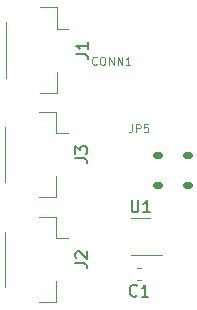
<source format=gbr>
%TF.GenerationSoftware,KiCad,Pcbnew,7.0.8*%
%TF.CreationDate,2024-03-25T00:11:57-07:00*%
%TF.ProjectId,Adafruit Speaker Bonnet,41646166-7275-4697-9420-537065616b65,rev?*%
%TF.SameCoordinates,Original*%
%TF.FileFunction,Legend,Top*%
%TF.FilePolarity,Positive*%
%FSLAX46Y46*%
G04 Gerber Fmt 4.6, Leading zero omitted, Abs format (unit mm)*
G04 Created by KiCad (PCBNEW 7.0.8) date 2024-03-25 00:11:57*
%MOMM*%
%LPD*%
G01*
G04 APERTURE LIST*
%ADD10C,0.609600*%
%ADD11C,0.150000*%
%ADD12C,0.119969*%
%ADD13C,0.120000*%
G04 APERTURE END LIST*
D10*
X122605100Y-104839800D02*
X122859100Y-104839800D01*
X125145100Y-104839800D02*
X125399100Y-104839800D01*
X122605100Y-107379800D02*
X122859100Y-107379800D01*
X125145100Y-107379800D02*
X125399100Y-107379800D01*
D11*
X115749819Y-105108333D02*
X116464104Y-105108333D01*
X116464104Y-105108333D02*
X116606961Y-105155952D01*
X116606961Y-105155952D02*
X116702200Y-105251190D01*
X116702200Y-105251190D02*
X116749819Y-105394047D01*
X116749819Y-105394047D02*
X116749819Y-105489285D01*
X115749819Y-104727380D02*
X115749819Y-104108333D01*
X115749819Y-104108333D02*
X116130771Y-104441666D01*
X116130771Y-104441666D02*
X116130771Y-104298809D01*
X116130771Y-104298809D02*
X116178390Y-104203571D01*
X116178390Y-104203571D02*
X116226009Y-104155952D01*
X116226009Y-104155952D02*
X116321247Y-104108333D01*
X116321247Y-104108333D02*
X116559342Y-104108333D01*
X116559342Y-104108333D02*
X116654580Y-104155952D01*
X116654580Y-104155952D02*
X116702200Y-104203571D01*
X116702200Y-104203571D02*
X116749819Y-104298809D01*
X116749819Y-104298809D02*
X116749819Y-104584523D01*
X116749819Y-104584523D02*
X116702200Y-104679761D01*
X116702200Y-104679761D02*
X116654580Y-104727380D01*
X115749819Y-113998333D02*
X116464104Y-113998333D01*
X116464104Y-113998333D02*
X116606961Y-114045952D01*
X116606961Y-114045952D02*
X116702200Y-114141190D01*
X116702200Y-114141190D02*
X116749819Y-114284047D01*
X116749819Y-114284047D02*
X116749819Y-114379285D01*
X115845057Y-113569761D02*
X115797438Y-113522142D01*
X115797438Y-113522142D02*
X115749819Y-113426904D01*
X115749819Y-113426904D02*
X115749819Y-113188809D01*
X115749819Y-113188809D02*
X115797438Y-113093571D01*
X115797438Y-113093571D02*
X115845057Y-113045952D01*
X115845057Y-113045952D02*
X115940295Y-112998333D01*
X115940295Y-112998333D02*
X116035533Y-112998333D01*
X116035533Y-112998333D02*
X116178390Y-113045952D01*
X116178390Y-113045952D02*
X116749819Y-113617380D01*
X116749819Y-113617380D02*
X116749819Y-112998333D01*
X115829819Y-96293333D02*
X116544104Y-96293333D01*
X116544104Y-96293333D02*
X116686961Y-96340952D01*
X116686961Y-96340952D02*
X116782200Y-96436190D01*
X116782200Y-96436190D02*
X116829819Y-96579047D01*
X116829819Y-96579047D02*
X116829819Y-96674285D01*
X116829819Y-95293333D02*
X116829819Y-95864761D01*
X116829819Y-95579047D02*
X115829819Y-95579047D01*
X115829819Y-95579047D02*
X115972676Y-95674285D01*
X115972676Y-95674285D02*
X116067914Y-95769523D01*
X116067914Y-95769523D02*
X116115533Y-95864761D01*
X120523095Y-108674819D02*
X120523095Y-109484342D01*
X120523095Y-109484342D02*
X120570714Y-109579580D01*
X120570714Y-109579580D02*
X120618333Y-109627200D01*
X120618333Y-109627200D02*
X120713571Y-109674819D01*
X120713571Y-109674819D02*
X120904047Y-109674819D01*
X120904047Y-109674819D02*
X120999285Y-109627200D01*
X120999285Y-109627200D02*
X121046904Y-109579580D01*
X121046904Y-109579580D02*
X121094523Y-109484342D01*
X121094523Y-109484342D02*
X121094523Y-108674819D01*
X122094523Y-109674819D02*
X121523095Y-109674819D01*
X121808809Y-109674819D02*
X121808809Y-108674819D01*
X121808809Y-108674819D02*
X121713571Y-108817676D01*
X121713571Y-108817676D02*
X121618333Y-108912914D01*
X121618333Y-108912914D02*
X121523095Y-108960533D01*
X120978333Y-116724580D02*
X120930714Y-116772200D01*
X120930714Y-116772200D02*
X120787857Y-116819819D01*
X120787857Y-116819819D02*
X120692619Y-116819819D01*
X120692619Y-116819819D02*
X120549762Y-116772200D01*
X120549762Y-116772200D02*
X120454524Y-116676961D01*
X120454524Y-116676961D02*
X120406905Y-116581723D01*
X120406905Y-116581723D02*
X120359286Y-116391247D01*
X120359286Y-116391247D02*
X120359286Y-116248390D01*
X120359286Y-116248390D02*
X120406905Y-116057914D01*
X120406905Y-116057914D02*
X120454524Y-115962676D01*
X120454524Y-115962676D02*
X120549762Y-115867438D01*
X120549762Y-115867438D02*
X120692619Y-115819819D01*
X120692619Y-115819819D02*
X120787857Y-115819819D01*
X120787857Y-115819819D02*
X120930714Y-115867438D01*
X120930714Y-115867438D02*
X120978333Y-115915057D01*
X121930714Y-116819819D02*
X121359286Y-116819819D01*
X121645000Y-116819819D02*
X121645000Y-115819819D01*
X121645000Y-115819819D02*
X121549762Y-115962676D01*
X121549762Y-115962676D02*
X121454524Y-116057914D01*
X121454524Y-116057914D02*
X121359286Y-116105533D01*
D12*
X117580689Y-97138988D02*
X117547697Y-97171980D01*
X117547697Y-97171980D02*
X117448721Y-97204971D01*
X117448721Y-97204971D02*
X117382737Y-97204971D01*
X117382737Y-97204971D02*
X117283761Y-97171980D01*
X117283761Y-97171980D02*
X117217777Y-97105996D01*
X117217777Y-97105996D02*
X117184785Y-97040012D01*
X117184785Y-97040012D02*
X117151793Y-96908044D01*
X117151793Y-96908044D02*
X117151793Y-96809068D01*
X117151793Y-96809068D02*
X117184785Y-96677100D01*
X117184785Y-96677100D02*
X117217777Y-96611116D01*
X117217777Y-96611116D02*
X117283761Y-96545132D01*
X117283761Y-96545132D02*
X117382737Y-96512140D01*
X117382737Y-96512140D02*
X117448721Y-96512140D01*
X117448721Y-96512140D02*
X117547697Y-96545132D01*
X117547697Y-96545132D02*
X117580689Y-96578124D01*
X118009584Y-96512140D02*
X118141552Y-96512140D01*
X118141552Y-96512140D02*
X118207536Y-96545132D01*
X118207536Y-96545132D02*
X118273520Y-96611116D01*
X118273520Y-96611116D02*
X118306512Y-96743084D01*
X118306512Y-96743084D02*
X118306512Y-96974028D01*
X118306512Y-96974028D02*
X118273520Y-97105996D01*
X118273520Y-97105996D02*
X118207536Y-97171980D01*
X118207536Y-97171980D02*
X118141552Y-97204971D01*
X118141552Y-97204971D02*
X118009584Y-97204971D01*
X118009584Y-97204971D02*
X117943600Y-97171980D01*
X117943600Y-97171980D02*
X117877616Y-97105996D01*
X117877616Y-97105996D02*
X117844624Y-96974028D01*
X117844624Y-96974028D02*
X117844624Y-96743084D01*
X117844624Y-96743084D02*
X117877616Y-96611116D01*
X117877616Y-96611116D02*
X117943600Y-96545132D01*
X117943600Y-96545132D02*
X118009584Y-96512140D01*
X118603439Y-97204971D02*
X118603439Y-96512140D01*
X118603439Y-96512140D02*
X118999343Y-97204971D01*
X118999343Y-97204971D02*
X118999343Y-96512140D01*
X119329262Y-97204971D02*
X119329262Y-96512140D01*
X119329262Y-96512140D02*
X119725166Y-97204971D01*
X119725166Y-97204971D02*
X119725166Y-96512140D01*
X120417997Y-97204971D02*
X120022093Y-97204971D01*
X120220045Y-97204971D02*
X120220045Y-96512140D01*
X120220045Y-96512140D02*
X120154061Y-96611116D01*
X120154061Y-96611116D02*
X120088077Y-96677100D01*
X120088077Y-96677100D02*
X120022093Y-96710092D01*
X120557737Y-102227140D02*
X120557737Y-102722020D01*
X120557737Y-102722020D02*
X120524745Y-102820996D01*
X120524745Y-102820996D02*
X120458761Y-102886980D01*
X120458761Y-102886980D02*
X120359785Y-102919971D01*
X120359785Y-102919971D02*
X120293801Y-102919971D01*
X120887656Y-102919971D02*
X120887656Y-102227140D01*
X120887656Y-102227140D02*
X121151592Y-102227140D01*
X121151592Y-102227140D02*
X121217576Y-102260132D01*
X121217576Y-102260132D02*
X121250568Y-102293124D01*
X121250568Y-102293124D02*
X121283560Y-102359108D01*
X121283560Y-102359108D02*
X121283560Y-102458084D01*
X121283560Y-102458084D02*
X121250568Y-102524068D01*
X121250568Y-102524068D02*
X121217576Y-102557060D01*
X121217576Y-102557060D02*
X121151592Y-102590052D01*
X121151592Y-102590052D02*
X120887656Y-102590052D01*
X121910407Y-102227140D02*
X121580487Y-102227140D01*
X121580487Y-102227140D02*
X121547495Y-102557060D01*
X121547495Y-102557060D02*
X121580487Y-102524068D01*
X121580487Y-102524068D02*
X121646471Y-102491076D01*
X121646471Y-102491076D02*
X121811431Y-102491076D01*
X121811431Y-102491076D02*
X121877415Y-102524068D01*
X121877415Y-102524068D02*
X121910407Y-102557060D01*
X121910407Y-102557060D02*
X121943399Y-102623044D01*
X121943399Y-102623044D02*
X121943399Y-102788004D01*
X121943399Y-102788004D02*
X121910407Y-102853988D01*
X121910407Y-102853988D02*
X121877415Y-102886980D01*
X121877415Y-102886980D02*
X121811431Y-102919971D01*
X121811431Y-102919971D02*
X121646471Y-102919971D01*
X121646471Y-102919971D02*
X121580487Y-102886980D01*
X121580487Y-102886980D02*
X121547495Y-102853988D01*
D13*
%TO.C,J3*%
X112655000Y-108385000D02*
X114105000Y-108385000D01*
X114105000Y-101165000D02*
X114105000Y-102965000D01*
X112655000Y-101165000D02*
X114105000Y-101165000D01*
X114105000Y-102965000D02*
X115095000Y-102965000D01*
X109835000Y-102435000D02*
X109835000Y-107115000D01*
X114105000Y-108385000D02*
X114105000Y-106585000D01*
%TO.C,J2*%
X112655000Y-117275000D02*
X114105000Y-117275000D01*
X114105000Y-110055000D02*
X114105000Y-111855000D01*
X112655000Y-110055000D02*
X114105000Y-110055000D01*
X114105000Y-111855000D02*
X115095000Y-111855000D01*
X109835000Y-111325000D02*
X109835000Y-116005000D01*
X114105000Y-117275000D02*
X114105000Y-115475000D01*
%TO.C,J1*%
X112735000Y-99570000D02*
X114185000Y-99570000D01*
X114185000Y-92350000D02*
X114185000Y-94150000D01*
X112735000Y-92350000D02*
X114185000Y-92350000D01*
X114185000Y-94150000D02*
X115175000Y-94150000D01*
X109915000Y-93620000D02*
X109915000Y-98300000D01*
X114185000Y-99570000D02*
X114185000Y-97770000D01*
%TO.C,U1*%
X121285000Y-113320000D02*
X123085000Y-113320000D01*
X121285000Y-110200000D02*
X120485000Y-110200000D01*
X121285000Y-113320000D02*
X120485000Y-113320000D01*
X121285000Y-110200000D02*
X122085000Y-110200000D01*
%TO.C,C1*%
X121285580Y-114425000D02*
X121004420Y-114425000D01*
X121285580Y-115445000D02*
X121004420Y-115445000D01*
%TD*%
M02*

</source>
